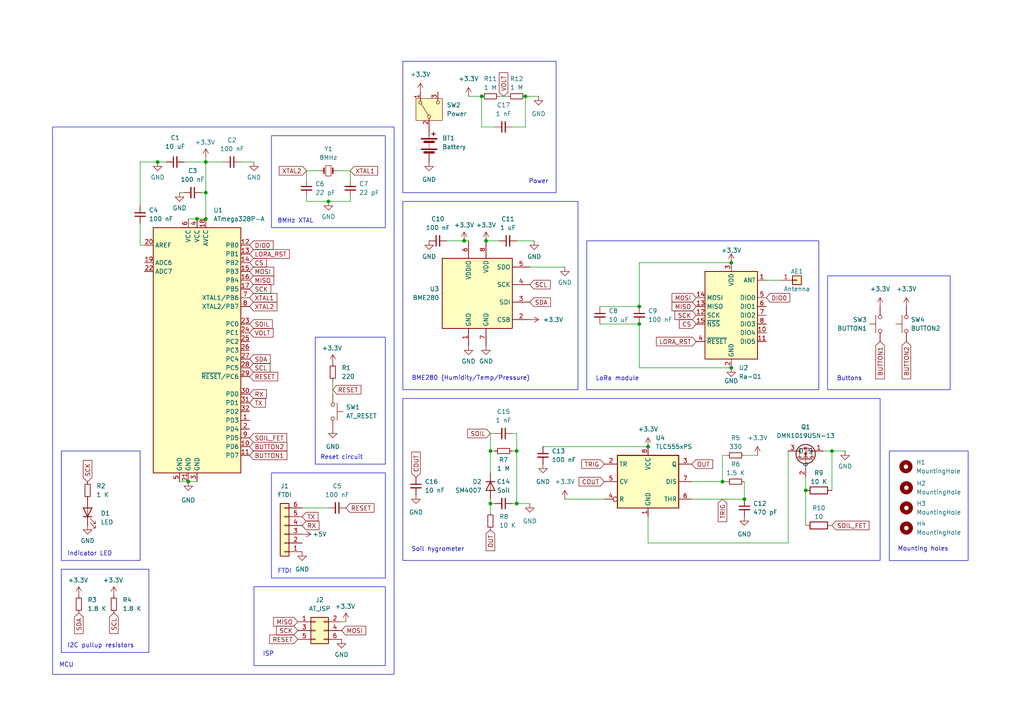
<source format=kicad_sch>
(kicad_sch (version 20231120) (generator "eeschema") (generator_version "8.0")
  (paper "A4")
  (lib_symbols
    (symbol "+3.3V_1" (power) (pin_numbers hide) (pin_names (offset 0) hide)
      (property "Value" "+3.3V" (at 0 3.556 0))
      (symbol "+3.3V_1_1_1"
        (pin power_in line (at 0 0 90) (length 0) (name "~") (number "1"))
      )
    )
    (symbol "+3.3V_2" (power) (pin_numbers hide) (pin_names (offset 0) hide)
      (property "Value" "+3.3V" (at 0 3.556 0))
      (symbol "+3.3V_2_1_1"
        (pin power_in line (at 0 0 90) (length 0) (name "~") (number "1"))
      )
    )
    (symbol "+3.3V_3" (power) (pin_numbers hide) (pin_names (offset 0) hide)
      (property "Value" "+3.3V" (at 0 3.556 0))
      (symbol "+3.3V_3_1_1"
        (pin power_in line (at 0 0 90) (length 0) (name "~") (number "1"))
      )
    )
    (symbol "+3.3V_4" (power) (pin_numbers hide) (pin_names (offset 0) hide)
      (property "Value" "+3.3V" (at 0 3.556 0))
      (symbol "+3.3V_4_1_1"
        (pin power_in line (at 0 0 90) (length 0) (name "~") (number "1"))
      )
    )
    (symbol "+3.3V_5" (power) (pin_numbers hide) (pin_names (offset 0) hide)
      (property "Value" "+3.3V" (at 0 3.556 0))
      (symbol "+3.3V_5_1_1"
        (pin power_in line (at 0 0 90) (length 0) (name "~") (number "1"))
      )
    )
    (symbol "+5V_1" (power) (pin_numbers hide) (pin_names (offset 0) hide)
      (property "Value" "+5V" (at 0 3.556 0))
      (symbol "+5V_1_1_1"
        (pin power_in line (at 0 0 90) (length 0) (name "~") (number "1"))
      )
    )
    (symbol "ATmega328P-A_1"
      (property "Reference" "U" (at -12.7 36.83 0))
      (property "Value" "ATmega328P-A" (at 2.54 -36.83 0))
      (symbol "ATmega328P-A_1_1_1"
        (pin bidirectional line (at 15.24 -20.32 180) (length 2.54) (name "PD3") (number "1"))
        (pin bidirectional line (at 15.24 -27.94 180) (length 2.54) (name "PD6") (number "10"))
        (pin bidirectional line (at 15.24 -30.48 180) (length 2.54) (name "PD7") (number "11"))
        (pin bidirectional line (at 15.24 30.48 180) (length 2.54) (name "PB0") (number "12"))
        (pin bidirectional line (at 15.24 27.94 180) (length 2.54) (name "PB1") (number "13"))
        (pin bidirectional line (at 15.24 25.4 180) (length 2.54) (name "PB2") (number "14"))
        (pin bidirectional line (at 15.24 22.86 180) (length 2.54) (name "PB3") (number "15"))
        (pin bidirectional line (at 15.24 20.32 180) (length 2.54) (name "PB4") (number "16"))
        (pin bidirectional line (at 15.24 17.78 180) (length 2.54) (name "PB5") (number "17"))
        (pin power_in line (at 2.54 38.1 270) (length 2.54) (name "AVCC") (number "18"))
        (pin input line (at -15.24 25.4 0) (length 2.54) (name "ADC6") (number "19"))
        (pin bidirectional line (at 15.24 -22.86 180) (length 2.54) (name "PD4") (number "2"))
        (pin passive line (at -15.24 30.48 0) (length 2.54) (name "AREF") (number "20"))
        (pin passive line (at -2.54 -38.1 90) (length 2.54) (name "GND") (number "21"))
        (pin input line (at -15.24 22.86 0) (length 2.54) (name "ADC7") (number "22"))
        (pin bidirectional line (at 15.24 7.62 180) (length 2.54) (name "PC0") (number "23"))
        (pin bidirectional line (at 15.24 5.08 180) (length 2.54) (name "PC1") (number "24"))
        (pin bidirectional line (at 15.24 2.54 180) (length 2.54) (name "PC2") (number "25"))
        (pin bidirectional line (at 15.24 0 180) (length 2.54) (name "PC3") (number "26"))
        (pin bidirectional line (at 15.24 -2.54 180) (length 2.54) (name "PC4") (number "27"))
        (pin bidirectional line (at 15.24 -5.08 180) (length 2.54) (name "PC5") (number "28"))
        (pin bidirectional line (at 15.24 -7.62 180) (length 2.54) (name "~{RESET}/PC6") (number "29"))
        (pin power_in line (at 0 -38.1 90) (length 2.54) (name "GND") (number "3"))
        (pin bidirectional line (at 15.24 -12.7 180) (length 2.54) (name "PD0") (number "30"))
        (pin bidirectional line (at 15.24 -15.24 180) (length 2.54) (name "PD1") (number "31"))
        (pin bidirectional line (at 15.24 -17.78 180) (length 2.54) (name "PD2") (number "32"))
        (pin power_in line (at 0 38.1 270) (length 2.54) (name "VCC") (number "4"))
        (pin passive line (at -5.08 -38.1 90) (length 2.54) (name "GND") (number "5"))
        (pin passive line (at -2.54 38.1 270) (length 2.54) (name "VCC") (number "6"))
        (pin bidirectional line (at 15.24 15.24 180) (length 2.54) (name "XTAL1/PB6") (number "7"))
        (pin bidirectional line (at 15.24 12.7 180) (length 2.54) (name "XTAL2/PB7") (number "8"))
        (pin bidirectional line (at 15.24 -25.4 180) (length 2.54) (name "PD5") (number "9"))
      )
    )
    (symbol "Connector_Generic:Conn_01x01" (pin_names (offset 1.016) hide)
      (property "Reference" "J" (at 0 2.54 0))
      (property "Value" "Conn_01x01" (at 0 -2.54 0))
      (symbol "Conn_01x01_1_1"
        (pin passive line (at -5.08 0 0) (length 3.81) (name "Pin_1") (number "1"))
      )
    )
    (symbol "Connector_Generic:Conn_01x06" (pin_names (offset 1.016) hide)
      (property "Reference" "J" (at 0 7.62 0))
      (property "Value" "Conn_01x06" (at 0 -10.16 0))
      (symbol "Conn_01x06_1_1"
        (pin passive line (at -5.08 5.08 0) (length 3.81) (name "Pin_1") (number "1"))
        (pin passive line (at -5.08 2.54 0) (length 3.81) (name "Pin_2") (number "2"))
        (pin passive line (at -5.08 0 0) (length 3.81) (name "Pin_3") (number "3"))
        (pin passive line (at -5.08 -2.54 0) (length 3.81) (name "Pin_4") (number "4"))
        (pin passive line (at -5.08 -5.08 0) (length 3.81) (name "Pin_5") (number "5"))
        (pin passive line (at -5.08 -7.62 0) (length 3.81) (name "Pin_6") (number "6"))
      )
    )
    (symbol "Connector_Generic:Conn_02x03_Odd_Even" (pin_names (offset 1.016) hide)
      (property "Reference" "J" (at 1.27 5.08 0))
      (property "Value" "Conn_02x03_Odd_Even" (at 1.27 -5.08 0))
      (symbol "Conn_02x03_Odd_Even_1_1"
        (pin passive line (at -5.08 2.54 0) (length 3.81) (name "Pin_1") (number "1"))
        (pin passive line (at 7.62 2.54 180) (length 3.81) (name "Pin_2") (number "2"))
        (pin passive line (at -5.08 0 0) (length 3.81) (name "Pin_3") (number "3"))
        (pin passive line (at 7.62 0 180) (length 3.81) (name "Pin_4") (number "4"))
        (pin passive line (at -5.08 -2.54 0) (length 3.81) (name "Pin_5") (number "5"))
        (pin passive line (at 7.62 -2.54 180) (length 3.81) (name "Pin_6") (number "6"))
      )
    )
    (symbol "Device:Battery" (pin_numbers hide) (pin_names (offset 0) hide)
      (property "Reference" "BT" (at 2.54 2.54 0))
      (property "Value" "Battery" (at 2.54 0 0))
      (symbol "Battery_1_1"
        (pin passive line (at 0 5.08 270) (length 2.54) (name "+") (number "1"))
        (pin passive line (at 0 -5.08 90) (length 2.54) (name "-") (number "2"))
      )
    )
    (symbol "Device:C_Small" (pin_numbers hide) (pin_names (offset 0.254) hide)
      (property "Reference" "C" (at 0.254 1.778 0))
      (property "Value" "C_Small" (at 0.254 -2.032 0))
      (symbol "C_Small_1_1"
        (pin passive line (at 0 2.54 270) (length 2.032) (name "~") (number "1"))
        (pin passive line (at 0 -2.54 90) (length 2.032) (name "~") (number "2"))
      )
    )
    (symbol "Device:Crystal_Small" (pin_numbers hide) (pin_names (offset 1.016) hide)
      (property "Reference" "Y" (at 0 2.54 0))
      (property "Value" "Crystal_Small" (at 0 -2.54 0))
      (symbol "Crystal_Small_1_1"
        (pin passive line (at -2.54 0 0) (length 1.27) (name "1") (number "1"))
        (pin passive line (at 2.54 0 180) (length 1.27) (name "2") (number "2"))
      )
    )
    (symbol "Device:LED" (pin_numbers hide) (pin_names (offset 1.016) hide)
      (property "Reference" "D" (at 0 2.54 0))
      (property "Value" "LED" (at 0 -2.54 0))
      (symbol "LED_1_1"
        (pin passive line (at -3.81 0 0) (length 2.54) (name "K") (number "1"))
        (pin passive line (at 3.81 0 180) (length 2.54) (name "A") (number "2"))
      )
    )
    (symbol "Device:R" (pin_numbers hide) (pin_names (offset 0))
      (property "Reference" "R" (at 2.032 0 90))
      (property "Value" "R" (at 0 0 90))
      (symbol "R_1_1"
        (pin passive line (at 0 3.81 270) (length 1.27) (name "~") (number "1"))
        (pin passive line (at 0 -3.81 90) (length 1.27) (name "~") (number "2"))
      )
    )
    (symbol "Device:R_Small" (pin_numbers hide) (pin_names (offset 0.254) hide)
      (property "Reference" "R" (at 0.762 0.508 0))
      (property "Value" "R_Small" (at 0.762 -1.016 0))
      (symbol "R_Small_1_1"
        (pin passive line (at 0 2.54 270) (length 0.762) (name "~") (number "1"))
        (pin passive line (at 0 -2.54 90) (length 0.762) (name "~") (number "2"))
      )
    )
    (symbol "Diode:SM4007" (pin_numbers hide) (pin_names hide)
      (property "Reference" "D" (at 0 2.54 0))
      (property "Value" "SM4007" (at 0 -2.54 0))
      (symbol "SM4007_1_1"
        (pin passive line (at -3.81 0 0) (length 2.54) (name "K") (number "1"))
        (pin passive line (at 3.81 0 180) (length 2.54) (name "A") (number "2"))
      )
    )
    (symbol "GND_1" (power) (pin_numbers hide) (pin_names (offset 0) hide)
      (property "Value" "GND" (at 0 -3.81 0))
      (symbol "GND_1_1_1"
        (pin power_in line (at 0 0 270) (length 0) (name "~") (number "1"))
      )
    )
    (symbol "GND_15" (power) (pin_names (offset 0))
      (property "Value" "GND_15" (at 0 -3.81 0))
      (symbol "GND_15_1_1"
        (pin power_in line (at 0 0 270) (length 0) hide (name "GND") (number "1"))
      )
    )
    (symbol "GND_16" (power) (pin_numbers hide) (pin_names (offset 0) hide)
      (property "Value" "GND" (at 0 -3.81 0))
      (symbol "GND_16_1_1"
        (pin power_in line (at 0 0 270) (length 0) (name "~") (number "1"))
      )
    )
    (symbol "GND_3" (power) (pin_names (offset 0))
      (property "Value" "GND_3" (at 0 -3.81 0))
      (symbol "GND_3_1_1"
        (pin power_in line (at 0 0 270) (length 0) hide (name "GND") (number "1"))
      )
    )
    (symbol "GND_4" (power) (pin_names (offset 0))
      (property "Value" "GND_4" (at 0 -3.81 0))
      (symbol "GND_4_1_1"
        (pin power_in line (at 0 0 270) (length 0) hide (name "GND") (number "1"))
      )
    )
    (symbol "Mechanical:MountingHole" (pin_names (offset 1.016))
      (property "Reference" "H" (at 0 5.08 0))
      (property "Value" "MountingHole" (at 0 3.175 0))
    )
    (symbol "RF_Module:Ai-Thinker-Ra-01"
      (property "Reference" "U" (at 2.54 17.78 0))
      (property "Value" "Ai-Thinker-Ra-01" (at 13.97 -15.24 0))
      (symbol "Ai-Thinker-Ra-01_1_1"
        (pin passive line (at 10.16 10.16 180) (length 2.54) (name "ANT") (number "1"))
        (pin bidirectional line (at 10.16 -5.08 180) (length 2.54) (name "DIO4") (number "10"))
        (pin bidirectional line (at 10.16 -7.62 180) (length 2.54) (name "DIO5") (number "11"))
        (pin input line (at -10.16 0 0) (length 2.54) (name "SCK") (number "12"))
        (pin output line (at -10.16 2.54 0) (length 2.54) (name "MISO") (number "13"))
        (pin input line (at -10.16 5.08 0) (length 2.54) (name "MOSI") (number "14"))
        (pin input line (at -10.16 -2.54 0) (length 2.54) (name "~{NSS}") (number "15"))
        (pin passive line (at 0 -15.24 90) (length 2.54) hide (name "GND") (number "16"))
        (pin power_in line (at 0 -15.24 90) (length 2.54) (name "GND") (number "2"))
        (pin power_in line (at 0 15.24 270) (length 2.54) (name "VDD") (number "3"))
        (pin input line (at -10.16 -7.62 0) (length 2.54) (name "~{RESET}") (number "4"))
        (pin bidirectional line (at 10.16 5.08 180) (length 2.54) (name "DIO0") (number "5"))
        (pin bidirectional line (at 10.16 2.54 180) (length 2.54) (name "DIO1") (number "6"))
        (pin bidirectional line (at 10.16 0 180) (length 2.54) (name "DIO2") (number "7"))
        (pin bidirectional line (at 10.16 -2.54 180) (length 2.54) (name "DIO3") (number "8"))
        (pin passive line (at 0 -15.24 90) (length 2.54) hide (name "GND") (number "9"))
      )
    )
    (symbol "Sensor:BME280"
      (property "Reference" "U" (at -8.89 11.43 0))
      (property "Value" "BME280" (at 7.62 11.43 0))
      (symbol "BME280_1_1"
        (pin power_in line (at -2.54 -15.24 90) (length 5.08) (name "GND") (number "1"))
        (pin input line (at 15.24 -7.62 180) (length 5.08) (name "CSB") (number "2"))
        (pin bidirectional line (at 15.24 -2.54 180) (length 5.08) (name "SDI") (number "3"))
        (pin input line (at 15.24 2.54 180) (length 5.08) (name "SCK") (number "4"))
        (pin bidirectional line (at 15.24 7.62 180) (length 5.08) (name "SDO") (number "5"))
        (pin power_in line (at -2.54 15.24 270) (length 5.08) (name "VDDIO") (number "6"))
        (pin power_in line (at 2.54 -15.24 90) (length 5.08) (name "GND") (number "7"))
        (pin power_in line (at 2.54 15.24 270) (length 5.08) (name "VDD") (number "8"))
      )
    )
    (symbol "Switch:SW_Push" (pin_numbers hide) (pin_names (offset 1.016) hide)
      (property "Reference" "SW" (at 1.27 2.54 0))
      (property "Value" "SW_Push" (at 0 -1.524 0))
      (symbol "SW_Push_0_1"
        (pin passive line (at -5.08 0 0) (length 2.54) (name "1") (number "1"))
        (pin passive line (at 5.08 0 180) (length 2.54) (name "2") (number "2"))
      )
    )
    (symbol "Switch:SW_SPDT" (pin_names (offset 0) hide)
      (property "Reference" "SW" (at 0 5.08 0))
      (property "Value" "SW_SPDT" (at 0 -5.08 0))
      (symbol "SW_SPDT_1_1"
        (pin passive line (at 5.08 2.54 180) (length 2.54) (name "A") (number "1"))
        (pin passive line (at -5.08 0 0) (length 2.54) (name "B") (number "2"))
        (pin passive line (at 5.08 -2.54 180) (length 2.54) (name "C") (number "3"))
      )
    )
    (symbol "Timer:TLC555xPS"
      (property "Reference" "U" (at -10.16 8.89 0))
      (property "Value" "TLC555xPS" (at 2.54 8.89 0))
      (symbol "TLC555xPS_0_0"
        (pin power_in line (at 0 -10.16 90) (length 2.54) (name "GND") (number "1"))
        (pin power_in line (at 0 10.16 270) (length 2.54) (name "VCC") (number "8"))
      )
      (symbol "TLC555xPS_1_1"
        (pin input line (at -12.7 5.08 0) (length 3.81) (name "TR") (number "2"))
        (pin output line (at 12.7 5.08 180) (length 3.81) (name "Q") (number "3"))
        (pin input inverted (at -12.7 -5.08 0) (length 3.81) (name "R") (number "4"))
        (pin input line (at -12.7 0 0) (length 3.81) (name "CV") (number "5"))
        (pin input line (at 12.7 -5.08 180) (length 3.81) (name "THR") (number "6"))
        (pin input line (at 12.7 0 180) (length 3.81) (name "DIS") (number "7"))
      )
    )
    (symbol "Transistor_FET:DMN1019USN-13"
      (property "Reference" "U" (at 0 0 0))
      (symbol "DMN1019USN-13_1_1"
        (pin passive line (at -3.81 -5.08 90) (length 2.54) (name "S") (number "1"))
        (pin input line (at -11.43 0 0) (length 2.54) (name "G") (number "2"))
        (pin passive line (at -3.81 5.08 270) (length 2.54) (name "D") (number "3"))
      )
    )
    (symbol "power:+3.3V" (power) (pin_names (offset 0))
      (property "Value" "+3.3V" (at 0 3.556 0))
      (symbol "+3.3V_1_1"
        (pin power_in line (at 0 0 90) (length 0) hide (name "+3.3V") (number "1"))
      )
    )
    (symbol "power:GND" (power) (pin_numbers hide) (pin_names (offset 0) hide)
      (property "Value" "GND" (at 0 -3.81 0))
      (symbol "GND_1_1"
        (pin power_in line (at 0 0 270) (length 0) (name "~") (number "1"))
      )
    )
    (symbol "symbols:C_Small" (pin_numbers hide) (pin_names (offset 0.254) hide)
      (property "Reference" "C" (at 0.254 1.778 0))
      (property "Value" "C_Small" (at 0.254 -2.032 0))
      (symbol "C_Small_1_1"
        (pin passive line (at 0 2.54 270) (length 2.032) (name "~") (number "1"))
        (pin passive line (at 0 -2.54 90) (length 2.032) (name "~") (number "2"))
      )
    )
  )
  (junction (at 149.86 130.81))
  (junction (at 152.4 27.94))
  (junction (at 142.24 146.05))
  (junction (at 185.42 88.9))
  (junction (at 215.9 144.78))
  (junction (at 209.55 139.7))
  (junction (at 140.97 69.85))
  (junction (at 54.61 139.7))
  (junction (at 95.25 58.42))
  (junction (at 241.3 130.81))
  (junction (at 139.7 27.94))
  (junction (at 59.69 55.88))
  (junction (at 45.72 46.99))
  (junction (at 185.42 93.98))
  (junction (at 57.15 63.5))
  (junction (at 134.62 69.85))
  (junction (at 212.09 76.2))
  (junction (at 233.68 142.24))
  (junction (at 212.09 106.68))
  (junction (at 59.69 46.99))
  (junction (at 187.96 129.54))
  (junction (at 142.24 130.81))
  (junction (at 149.86 146.05))
  (junction (at 59.69 63.5))
  (wire (pts (xy 101.6 49.53) (xy 97.79 49.53)))
  (wire (pts (xy 215.9 139.7) (xy 215.9 144.78)))
  (wire (pts (xy 149.86 130.81) (xy 148.59 130.81)))
  (wire (pts (xy 96.52 110.49) (xy 96.52 114.3)))
  (wire (pts (xy 142.24 144.78) (xy 142.24 146.05)))
  (wire (pts (xy 233.68 138.43) (xy 233.68 142.24)))
  (wire (pts (xy 245.11 130.81) (xy 241.3 130.81)))
  (wire (pts (xy 185.42 88.9) (xy 185.42 76.2)))
  (wire (pts (xy 139.7 36.83) (xy 143.51 36.83)))
  (wire (pts (xy 135.89 27.94) (xy 139.7 27.94)))
  (wire (pts (xy 215.9 132.08) (xy 219.71 132.08)))
  (wire (pts (xy 54.61 139.7) (xy 57.15 139.7)))
  (wire (pts (xy 40.64 46.99) (xy 45.72 46.99)))
  (wire (pts (xy 53.34 46.99) (xy 59.69 46.99)))
  (wire (pts (xy 149.86 146.05) (xy 149.86 130.81)))
  (wire (pts (xy 200.66 144.78) (xy 215.9 144.78)))
  (wire (pts (xy 149.86 125.73) (xy 149.86 130.81)))
  (wire (pts (xy 54.61 63.5) (xy 57.15 63.5)))
  (wire (pts (xy 88.9 58.42) (xy 88.9 57.15)))
  (wire (pts (xy 209.55 132.08) (xy 210.82 132.08)))
  (wire (pts (xy 73.66 46.99) (xy 69.85 46.99)))
  (wire (pts (xy 163.83 144.78) (xy 175.26 144.78)))
  (wire (pts (xy 152.4 27.94) (xy 156.21 27.94)))
  (wire (pts (xy 142.24 146.05) (xy 143.51 146.05)))
  (wire (pts (xy 152.4 36.83) (xy 152.4 27.94)))
  (wire (pts (xy 185.42 106.68) (xy 212.09 106.68)))
  (wire (pts (xy 139.7 27.94) (xy 139.7 36.83)))
  (wire (pts (xy 210.82 139.7) (xy 209.55 139.7)))
  (wire (pts (xy 200.66 139.7) (xy 209.55 139.7)))
  (wire (pts (xy 226.06 81.28) (xy 222.25 81.28)))
  (wire (pts (xy 185.42 76.2) (xy 212.09 76.2)))
  (wire (pts (xy 173.99 88.9) (xy 185.42 88.9)))
  (wire (pts (xy 100.33 180.34) (xy 99.06 180.34)))
  (wire (pts (xy 101.6 49.53) (xy 101.6 52.07)))
  (wire (pts (xy 40.64 64.77) (xy 40.64 71.12)))
  (wire (pts (xy 148.59 146.05) (xy 149.86 146.05)))
  (wire (pts (xy 88.9 49.53) (xy 92.71 49.53)))
  (wire (pts (xy 238.76 130.81) (xy 241.3 130.81)))
  (wire (pts (xy 149.86 125.73) (xy 148.59 125.73)))
  (wire (pts (xy 148.59 36.83) (xy 152.4 36.83)))
  (wire (pts (xy 40.64 71.12) (xy 41.91 71.12)))
  (wire (pts (xy 59.69 46.99) (xy 59.69 55.88)))
  (wire (pts (xy 173.99 93.98) (xy 185.42 93.98)))
  (wire (pts (xy 59.69 46.99) (xy 64.77 46.99)))
  (wire (pts (xy 142.24 130.81) (xy 142.24 137.16)))
  (wire (pts (xy 59.69 45.72) (xy 59.69 46.99)))
  (wire (pts (xy 59.69 55.88) (xy 59.69 63.5)))
  (wire (pts (xy 209.55 132.08) (xy 209.55 139.7)))
  (wire (pts (xy 57.15 63.5) (xy 59.69 63.5)))
  (wire (pts (xy 58.42 55.88) (xy 59.69 55.88)))
  (wire (pts (xy 142.24 146.05) (xy 142.24 148.59)))
  (wire (pts (xy 142.24 125.73) (xy 143.51 125.73)))
  (wire (pts (xy 142.24 125.73) (xy 142.24 130.81)))
  (wire (pts (xy 129.54 69.85) (xy 134.62 69.85)))
  (wire (pts (xy 95.25 58.42) (xy 101.6 58.42)))
  (wire (pts (xy 40.64 46.99) (xy 40.64 59.69)))
  (wire (pts (xy 157.48 129.54) (xy 187.96 129.54)))
  (wire (pts (xy 149.86 146.05) (xy 153.67 146.05)))
  (wire (pts (xy 228.6 157.48) (xy 228.6 130.81)))
  (wire (pts (xy 241.3 130.81) (xy 241.3 142.24)))
  (wire (pts (xy 187.96 157.48) (xy 228.6 157.48)))
  (wire (pts (xy 233.68 142.24) (xy 233.68 152.4)))
  (wire (pts (xy 185.42 93.98) (xy 185.42 106.68)))
  (wire (pts (xy 140.97 69.85) (xy 144.78 69.85)))
  (wire (pts (xy 153.67 77.47) (xy 163.83 77.47)))
  (wire (pts (xy 147.32 27.94) (xy 144.78 27.94)))
  (wire (pts (xy 143.51 130.81) (xy 142.24 130.81)))
  (wire (pts (xy 88.9 52.07) (xy 88.9 49.53)))
  (wire (pts (xy 88.9 58.42) (xy 95.25 58.42)))
  (wire (pts (xy 187.96 149.86) (xy 187.96 157.48)))
  (wire (pts (xy 45.72 46.99) (xy 48.26 46.99)))
  (wire (pts (xy 134.62 69.85) (xy 135.89 69.85)))
  (wire (pts (xy 101.6 57.15) (xy 101.6 58.42)))
  (wire (pts (xy 54.61 139.7) (xy 52.07 139.7)))
  (wire (pts (xy 52.07 55.88) (xy 53.34 55.88)))
  (wire (pts (xy 95.25 147.32) (xy 87.63 147.32)))
  (wire (pts (xy 149.86 69.85) (xy 154.94 69.85)))
  (rectangle (start 17.78 165.1) (end 43.18 189.23))
  (rectangle (start 116.84 58.42) (end 167.64 113.03))
  (rectangle (start 78.74 39.37) (end 111.76 66.04))
  (rectangle (start 240.03 80.01) (end 275.59 113.03))
  (rectangle (start 116.84 17.78) (end 161.29 55.88))
  (rectangle (start 116.84 115.57) (end 255.27 162.56))
  (rectangle (start 170.18 69.85) (end 237.49 113.03))
  (rectangle (start 91.44 97.79) (end 111.76 134.62))
  (rectangle (start 257.9401 130.81) (end 280.8001 162.5849))
  (rectangle (start 15.24 36.83) (end 114.3 195.58))
  (rectangle (start 73.66 170.18) (end 111.76 193.04))
  (rectangle (start 78.74 137.16) (end 111.76 167.64))
  (rectangle (start 17.78 130.81) (end 40.64 162.56))
  (text "Power" (at 156.21 52.705 0) (effects (font (size 1.27 1.27))))
  (text "LoRa module" (at 179.07 109.855 0) (effects (font (size 1.27 1.27))))
  (text "Buttons\n" (at 246.38 109.855 0) (effects (font (size 1.27 1.27))))
  (text "Reset circuit" (at 99.06 132.715 0) (effects (font (size 1.27 1.27))))
  (text "FTDI" (at 82.55 165.735 0) (effects (font (size 1.27 1.27))))
  (text "Indicator LED" (at 26.035 160.655 0) (effects (font (size 1.27 1.27))))
  (text "BME280 (Humidity/Temp/Pressure)" (at 119.38 110.49 0) (effects (font (size 1.27 1.27)) (justify left bottom)))
  (text "I2C pullup resistors" (at 29.21 187.325 0) (effects (font (size 1.27 1.27))))
  (text "8MHz XTAL" (at 85.725 64.135 0) (effects (font (size 1.27 1.27))))
  (text "MCU" (at 17.145 193.675 0) (effects (font (size 1.27 1.27)) (justify left bottom)))
  (text "Soil hygrometer" (at 127 159.385 0) (effects (font (size 1.27 1.27))))
  (text "ISP" (at 76.2 190.5 0) (effects (font (size 1.27 1.27)) (justify left bottom)))
  (text "Mounting holes" (at 260.35 160.02 0) (effects (font (size 1.27 1.27)) (justify left bottom)))
  (global_label "OUT" (shape input) (at 142.24 153.67 270) (property "Intersheetrefs" "${INTERSHEET_REFS}" (effects (hide yes))))
  (global_label "SCL" (shape input) (at 153.67 82.55 0) (property "Intersheetrefs" "${INTERSHEET_REFS}" (effects (hide yes))))
  (global_label "XTAL2" (shape input) (at 88.9 49.53 180) (property "Intersheetrefs" "${INTERSHEET_REFS}" (effects (hide yes))))
  (global_label "MISO" (shape input) (at 86.36 180.34 180) (property "Intersheetrefs" "${INTERSHEET_REFS}" (effects (hide yes))))
  (global_label "LORA_RST" (shape input) (at 201.93 99.06 180) (property "Intersheetrefs" "${INTERSHEET_REFS}" (effects (hide yes))))
  (global_label "RESET" (shape input) (at 72.39 109.22 0) (property "Intersheetrefs" "${INTERSHEET_REFS}" (effects (hide yes))))
  (global_label "COUT" (shape input) (at 175.26 139.7 180) (property "Intersheetrefs" "${INTERSHEET_REFS}" (effects (hide yes))))
  (global_label "SDA" (shape input) (at 22.86 177.8 270) (property "Intersheetrefs" "${INTERSHEET_REFS}" (effects (hide yes))))
  (global_label "XTAL1" (shape input) (at 72.39 86.36 0) (property "Intersheetrefs" "${INTERSHEET_REFS}" (effects (hide yes))))
  (global_label "SCK" (shape input) (at 86.36 182.88 180) (property "Intersheetrefs" "${INTERSHEET_REFS}" (effects (hide yes))))
  (global_label "XTAL1" (shape input) (at 101.6 49.53 0) (property "Intersheetrefs" "${INTERSHEET_REFS}" (effects (hide yes))))
  (global_label "SOIL" (shape input) (at 142.24 125.73 180) (property "Intersheetrefs" "${INTERSHEET_REFS}" (effects (hide yes))))
  (global_label "BUTTON1" (shape input) (at 255.27 99.06 270) (property "Intersheetrefs" "${INTERSHEET_REFS}" (effects (hide yes))))
  (global_label "RX" (shape input) (at 87.63 152.4 0) (property "Intersheetrefs" "${INTERSHEET_REFS}" (effects (hide yes))))
  (global_label "TRIG" (shape input) (at 175.26 134.62 180) (property "Intersheetrefs" "${INTERSHEET_REFS}" (effects (hide yes))))
  (global_label "SOIL" (shape input) (at 72.39 93.98 0) (property "Intersheetrefs" "${INTERSHEET_REFS}" (effects (hide yes))))
  (global_label "SCK" (shape input) (at 72.39 83.82 0) (property "Intersheetrefs" "${INTERSHEET_REFS}" (effects (hide yes))))
  (global_label "CS" (shape input) (at 201.93 93.98 180) (property "Intersheetrefs" "${INTERSHEET_REFS}" (effects (hide yes))))
  (global_label "SOIL_FET" (shape input) (at 72.39 127 0) (property "Intersheetrefs" "${INTERSHEET_REFS}" (effects (hide yes))))
  (global_label "SDA" (shape input) (at 72.39 104.14 0) (property "Intersheetrefs" "${INTERSHEET_REFS}" (effects (hide yes))))
  (global_label "SOIL_FET" (shape input) (at 241.3 152.4 0) (property "Intersheetrefs" "${INTERSHEET_REFS}" (effects (hide yes))))
  (global_label "SCL" (shape input) (at 72.39 106.68 0) (property "Intersheetrefs" "${INTERSHEET_REFS}" (effects (hide yes))))
  (global_label "XTAL2" (shape input) (at 72.39 88.9 0) (property "Intersheetrefs" "${INTERSHEET_REFS}" (effects (hide yes))))
  (global_label "DIO0" (shape input) (at 72.39 71.12 0) (property "Intersheetrefs" "${INTERSHEET_REFS}" (effects (hide yes))))
  (global_label "LORA_RST" (shape input) (at 72.39 73.66 0) (property "Intersheetrefs" "${INTERSHEET_REFS}" (effects (hide yes))))
  (global_label "DIO0" (shape input) (at 222.25 86.36 0) (property "Intersheetrefs" "${INTERSHEET_REFS}" (effects (hide yes))))
  (global_label "VOLT" (shape input) (at 72.39 96.52 0) (property "Intersheetrefs" "${INTERSHEET_REFS}" (effects (hide yes))))
  (global_label "VOLT" (shape input) (at 146.05 27.94 90) (property "Intersheetrefs" "${INTERSHEET_REFS}" (effects (hide yes))))
  (global_label "SCL" (shape input) (at 33.02 177.8 270) (property "Intersheetrefs" "${INTERSHEET_REFS}" (effects (hide yes))))
  (global_label "RESET" (shape input) (at 86.36 185.42 180) (property "Intersheetrefs" "${INTERSHEET_REFS}" (effects (hide yes))))
  (global_label "RESET" (shape input) (at 96.52 113.03 0) (property "Intersheetrefs" "${INTERSHEET_REFS}" (effects (hide yes))))
  (global_label "MOSI" (shape input) (at 72.39 78.74 0) (property "Intersheetrefs" "${INTERSHEET_REFS}" (effects (hide yes))))
  (global_label "COUT" (shape input) (at 120.65 138.43 90) (property "Intersheetrefs" "${INTERSHEET_REFS}" (effects (hide yes))))
  (global_label "SCK" (shape input) (at 25.4 139.7 90) (property "Intersheetrefs" "${INTERSHEET_REFS}" (effects (hide yes))))
  (global_label "MISO" (shape input) (at 72.39 81.28 0) (property "Intersheetrefs" "${INTERSHEET_REFS}" (effects (hide yes))))
  (global_label "BUTTON2" (shape input) (at 262.89 99.06 270) (property "Intersheetrefs" "${INTERSHEET_REFS}" (effects (hide yes))))
  (global_label "TRIG" (shape input) (at 209.55 144.78 270) (property "Intersheetrefs" "${INTERSHEET_REFS}" (effects (hide yes))))
  (global_label "OUT" (shape input) (at 200.66 134.62 0) (property "Intersheetrefs" "${INTERSHEET_REFS}" (effects (hide yes))))
  (global_label "RESET" (shape input) (at 100.33 147.32 0) (property "Intersheetrefs" "${INTERSHEET_REFS}" (effects (hide yes))))
  (global_label "RX" (shape input) (at 72.39 114.3 0) (property "Intersheetrefs" "${INTERSHEET_REFS}" (effects (hide yes))))
  (global_label "TX" (shape input) (at 72.39 116.84 0) (property "Intersheetrefs" "${INTERSHEET_REFS}" (effects (hide yes))))
  (global_label "BUTTON2" (shape input) (at 72.39 129.54 0) (property "Intersheetrefs" "${INTERSHEET_REFS}" (effects (hide yes))))
  (global_label "BUTTON1" (shape input) (at 72.39 132.08 0) (property "Intersheetrefs" "${INTERSHEET_REFS}" (effects (hide yes))))
  (global_label "SCK" (shape input) (at 201.93 91.44 180) (property "Intersheetrefs" "${INTERSHEET_REFS}" (effects (hide yes))))
  (global_label "TX" (shape input) (at 87.63 149.86 0) (property "Intersheetrefs" "${INTERSHEET_REFS}" (effects (hide yes))))
  (global_label "SDA" (shape input) (at 153.67 87.63 0) (property "Intersheetrefs" "${INTERSHEET_REFS}" (effects (hide yes))))
  (global_label "MOSI" (shape input) (at 201.93 86.36 180) (property "Intersheetrefs" "${INTERSHEET_REFS}" (effects (hide yes))))
  (global_label "CS" (shape input) (at 72.39 76.2 0) (property "Intersheetrefs" "${INTERSHEET_REFS}" (effects (hide yes))))
  (global_label "MOSI" (shape input) (at 99.06 182.88 0) (property "Intersheetrefs" "${INTERSHEET_REFS}" (effects (hide yes))))
  (global_label "MISO" (shape input) (at 201.93 88.9 180) (property "Intersheetrefs" "${INTERSHEET_REFS}" (effects (hide yes))))
  (symbol (lib_id "Switch:SW_Push") (at 262.89 93.98 90) (unit 1)
    (property "Reference" "SW4" (at 264.16 92.7099 90) (effects (justify right)))
    (property "Value" "BUTTON2" (at 264.16 95.2499 90) (effects (justify right)))
    (property "Footprint" "Button_Switch_SMD:SW_SPST_CK_RS282G05A3" (effects (hide yes)))
  )
  (symbol (lib_name "GND_16") (lib_id "power:GND") (at 245.11 130.81 0) (unit 1)
    (property "Reference" "#PWR038" (effects (hide yes)))
    (property "Value" "GND" (at 245.11 135.255 0))
    (property "Description" "Power symbol creates a global label with name \"GND\" , ground" (effects (hide yes)))
  )
  (symbol (lib_id "Device:R_Small") (at 22.86 175.26 180) (unit 1)
    (property "Reference" "R3" (at 25.4 173.9899 0) (effects (justify right)))
    (property "Value" "1.8 K" (at 25.4 176.5299 0) (effects (justify right)))
    (property "Footprint" "Resistor_SMD:R_0603_1608Metric" (effects (hide yes)))
    (property "LCSC" "C4177" (effects (hide yes)))
  )
  (symbol (lib_name "GND_15") (lib_id "power:GND") (at 96.52 124.46 0) (unit 1)
    (property "Reference" "#PWR06" (effects (hide yes)))
    (property "Value" "GND" (at 96.52 129.54 0))
  )
  (symbol (lib_id "Device:R_Small") (at 213.36 139.7 90) (unit 1)
    (property "Reference" "R6" (at 213.36 134.62 90))
    (property "Value" "1.5 K" (at 213.36 137.16 90))
    (property "Footprint" "Resistor_SMD:R_0402_1005Metric" (effects (hide yes)))
    (property "Description" "Resistor, small symbol" (effects (hide yes)))
  )
  (symbol (lib_id "Connector_Generic:Conn_01x01") (at 231.14 81.28 0) (unit 1)
    (property "Reference" "AE1" (at 231.14 78.74 0))
    (property "Value" "Antenna" (at 231.14 83.82 0))
    (property "Footprint" "Connector_PinHeader_2.54mm:PinHeader_1x01_P2.54mm_Vertical" (effects (hide yes)))
    (property "Description" "Generic connector, single row, 01x01, script generated (kicad-library-utils/schlib/autogen/connector/)" (effects (hide yes)))
  )
  (symbol (lib_name "GND_4") (lib_id "power:GND") (at 99.06 185.42 0) (unit 1)
    (property "Reference" "#PWR015" (effects (hide yes)))
    (property "Value" "GND" (at 99.06 189.865 0))
  )
  (symbol (lib_id "Device:R") (at 237.49 152.4 90) (unit 1)
    (property "Reference" "R10" (at 237.49 147.32 90))
    (property "Value" "10" (at 237.49 149.86 90))
    (property "Footprint" "Resistor_SMD:R_0402_1005Metric" (effects (hide yes)))
    (property "LCSC" "C25077" (effects (hide yes)))
  )
  (symbol (lib_id "Device:C_Small") (at 157.48 132.08 0) (unit 1)
    (property "Reference" "C13" (at 160.02 130.8162 0) (effects (justify left)))
    (property "Value" "100 nF" (at 160.02 133.3562 0) (effects (justify left)))
    (property "Footprint" "Capacitor_SMD:C_0402_1005Metric" (effects (hide yes)))
    (property "Description" "Unpolarized capacitor, small symbol" (effects (hide yes)))
    (property "LCSC" "C1525" (effects (hide yes)))
  )
  (symbol (lib_id "Switch:SW_Push") (at 255.27 93.98 90) (unit 1)
    (property "Reference" "SW3" (at 251.46 92.7099 90) (effects (justify left)))
    (property "Value" "BUTTON1" (at 251.46 95.2499 90) (effects (justify left)))
    (property "Footprint" "Button_Switch_SMD:SW_SPST_CK_RS282G05A3" (effects (hide yes)))
  )
  (symbol (lib_name "+3.3V_3") (lib_id "power:+3.3V") (at 255.27 88.9 0) (unit 1)
    (property "Reference" "#PWR032" (effects (hide yes)))
    (property "Value" "+3.3V" (at 255.27 83.82 0))
    (property "Description" "Power symbol creates a global label with name \"+3.3V\"" (effects (hide yes)))
  )
  (symbol (lib_id "Mechanical:MountingHole") (at 262.89 153.162 0) (unit 1)
    (property "Reference" "H4" (at 265.8141 151.892 0) (effects (justify left)))
    (property "Value" "MountingHole" (at 265.8141 154.432 0) (effects (justify left)))
    (property "Footprint" "MountingHole:MountingHole_2.2mm_M2" (effects (hide yes)))
  )
  (symbol (lib_id "power:+3.3V") (at 100.33 180.34 0) (unit 1)
    (property "Reference" "#PWR014" (effects (hide yes)))
    (property "Value" "+3.3V" (at 97.155 175.895 0) (effects (justify left)))
  )
  (symbol (lib_name "+3.3V_1") (lib_id "power:+3.3V") (at 135.89 27.94 0) (unit 1)
    (property "Reference" "#PWR039" (effects (hide yes)))
    (property "Value" "+3.3V" (at 135.89 22.86 0))
    (property "Description" "Power symbol creates a global label with name \"+3.3V\"" (effects (hide yes)))
  )
  (symbol (lib_id "power:+3.3V") (at 33.02 172.72 0) (unit 1)
    (property "Reference" "#PWR013" (effects (hide yes)))
    (property "Value" "+3.3V" (at 29.845 168.275 0) (effects (justify left)))
  )
  (symbol (lib_id "Device:C_Small") (at 55.88 55.88 270) (unit 1)
    (property "Reference" "C3" (at 55.8736 49.53 90))
    (property "Value" "100 nF" (at 55.8736 52.07 90))
    (property "Footprint" "Capacitor_SMD:C_0402_1005Metric" (effects (hide yes)))
    (property "Description" "Unpolarized capacitor, small symbol" (effects (hide yes)))
    (property "LCSC" "C1525" (effects (hide yes)))
  )
  (symbol (lib_id "Device:C_Small") (at 146.05 146.05 270) (unit 1)
    (property "Reference" "C14" (at 146.0436 139.7 90))
    (property "Value" "Soil" (at 146.0436 142.24 90))
    (property "Footprint" "Sensor_Humidity:Soil" (effects (hide yes)))
    (property "Description" "Unpolarized capacitor, small symbol" (effects (hide yes)))
  )
  (symbol (lib_id "Device:Crystal_Small") (at 95.25 49.53 0) (unit 1)
    (property "Reference" "Y1" (at 95.25 43.18 0))
    (property "Value" "8MHz" (at 95.25 45.72 0))
    (property "Footprint" "Crystal:Crystal_HC18-U_Vertical" (effects (hide yes)))
  )
  (symbol (lib_id "Device:C_Small") (at 173.99 91.44 0) (unit 1)
    (property "Reference" "C8" (at 176.53 90.1762 0) (effects (justify left)))
    (property "Value" "10 uF" (at 176.53 92.7162 0) (effects (justify left)))
    (property "Footprint" "Capacitor_SMD:C_0603_1608Metric" (effects (hide yes)))
    (property "Description" "Unpolarized capacitor, small symbol" (effects (hide yes)))
    (property "LCSC" "C19702" (effects (hide yes)))
  )
  (symbol (lib_id "Mechanical:MountingHole") (at 262.7599 135.3571 0) (unit 1)
    (property "Reference" "H1" (at 265.684 134.0871 0) (effects (justify left)))
    (property "Value" "MountingHole" (at 265.684 136.6271 0) (effects (justify left)))
    (property "Footprint" "MountingHole:MountingHole_2.2mm_M2" (effects (hide yes)))
  )
  (symbol (lib_name "GND_15") (lib_id "power:GND") (at 140.97 100.33 0) (unit 1)
    (property "Reference" "#PWR025" (effects (hide yes)))
    (property "Value" "GND" (at 140.97 104.8004 0))
  )
  (symbol (lib_name "GND_15") (lib_id "power:GND") (at 163.83 77.47 0) (unit 1)
    (property "Reference" "#PWR022" (effects (hide yes)))
    (property "Value" "GND" (at 163.83 81.9404 0))
  )
  (symbol (lib_id "power:+3.3V") (at 134.62 69.85 0) (unit 1)
    (property "Reference" "#PWR019" (effects (hide yes)))
    (property "Value" "+3.3V" (at 134.62 65.278 0))
  )
  (symbol (lib_id "Device:C_Small") (at 215.9 147.32 0) (unit 1)
    (property "Reference" "C12" (at 218.44 146.0562 0) (effects (justify left)))
    (property "Value" "470 pF" (at 218.44 148.5962 0) (effects (justify left)))
    (property "Footprint" "Capacitor_SMD:C_0402_1005Metric" (effects (hide yes)))
    (property "Description" "Unpolarized capacitor, small symbol" (effects (hide yes)))
  )
  (symbol (lib_id "Transistor_FET:DMN1019USN-13") (at 233.68 127 90) (unit 1)
    (property "Reference" "Q1" (at 233.68 123.825 90))
    (property "Value" "DMN1019USN-13" (at 233.68 126.365 90))
    (property "Footprint" "Package_TO_SOT_SMD:SC-59_Handsoldering" (effects (hide yes)))
    (property "Datasheet" "https://ngspice.sourceforge.io/docs/ngspice-manual.pdf" (effects (hide yes)))
    (property "Sim.Device" "NMOS" (effects (hide yes)))
    (property "Sim.Type" "VDMOS" (effects (hide yes)))
    (property "Sim.Pins" "1=D 2=G 3=S" (effects (hide yes)))
    (property "LCSC" "C145103" (effects (hide yes)))
  )
  (symbol (lib_name "GND_15") (lib_id "power:GND") (at 52.07 55.88 0) (unit 1)
    (property "Reference" "#PWR04" (effects (hide yes)))
    (property "Value" "GND" (at 52.07 60.325 0))
  )
  (symbol (lib_id "Device:C_Small") (at 88.9 54.61 0) (unit 1)
    (property "Reference" "C6" (at 91.44 53.3462 0) (effects (justify left)))
    (property "Value" "22 pF" (at 91.44 55.8862 0) (effects (justify left)))
    (property "Footprint" "Capacitor_SMD:C_0402_1005Metric" (effects (hide yes)))
  )
  (symbol (lib_id "Device:C_Small") (at 146.05 125.73 270) (unit 1)
    (property "Reference" "C15" (at 146.0436 119.38 90))
    (property "Value" "1 nF" (at 146.0436 121.92 90))
    (property "Footprint" "Capacitor_SMD:C_0402_1005Metric" (effects (hide yes)))
    (property "Description" "Unpolarized capacitor, small symbol" (effects (hide yes)))
  )
  (symbol (lib_id "power:GND") (at 215.9 149.86 0) (unit 1)
    (property "Reference" "#PWR036" (effects (hide yes)))
    (property "Value" "GND" (at 215.9 154.94 0))
    (property "Description" "Power symbol creates a global label with name \"GND\" , ground" (effects (hide yes)))
  )
  (symbol (lib_id "Device:C_Small") (at 185.42 91.44 0) (unit 1)
    (property "Reference" "C9" (at 187.96 90.1762 0) (effects (justify left)))
    (property "Value" "100 nF" (at 187.96 92.7162 0) (effects (justify left)))
    (property "Footprint" "Capacitor_SMD:C_0603_1608Metric" (effects (hide yes)))
    (property "Description" "Unpolarized capacitor, small symbol" (effects (hide yes)))
    (property "LCSC" "C14663" (effects (hide yes)))
  )
  (symbol (lib_name "+3.3V_2") (lib_id "power:+3.3V") (at 163.83 144.78 0) (unit 1)
    (property "Reference" "#PWR034" (effects (hide yes)))
    (property "Value" "+3.3V" (at 163.83 139.7 0))
    (property "Description" "Power symbol creates a global label with name \"+3.3V\"" (effects (hide yes)))
  )
  (symbol (lib_id "Device:C_Small") (at 97.79 147.32 270) (unit 1)
    (property "Reference" "C5" (at 97.7836 140.97 90))
    (property "Value" "100 nF" (at 97.7836 143.51 90))
    (property "Footprint" "Capacitor_SMD:C_0402_1005Metric" (effects (hide yes)))
    (property "Description" "Unpolarized capacitor, small symbol" (effects (hide yes)))
    (property "LCSC" "C1525" (effects (hide yes)))
  )
  (symbol (lib_id "power:GND") (at 124.46 46.99 0) (unit 1)
    (property "Reference" "#PWR026" (effects (hide yes)))
    (property "Value" "GND" (at 124.46 52.07 0))
    (property "Description" "Power symbol creates a global label with name \"GND\" , ground" (effects (hide yes)))
  )
  (symbol (lib_id "Device:R_Small") (at 146.05 130.81 270) (unit 1)
    (property "Reference" "R7" (at 146.05 133.35 90))
    (property "Value" "1 M" (at 146.05 135.89 90))
    (property "Footprint" "Resistor_SMD:R_0402_1005Metric" (effects (hide yes)))
    (property "Description" "Resistor, small symbol" (effects (hide yes)))
  )
  (symbol (lib_id "Switch:SW_SPDT") (at 124.46 31.75 90) (unit 1)
    (property "Reference" "SW2" (at 129.54 30.4799 90) (effects (justify right)))
    (property "Value" "Power" (at 129.54 33.0199 90) (effects (justify right)))
    (property "Footprint" "Button_Switch_THT:SW_Slide_SPDT" (effects (hide yes)))
    (property "Description" "Switch, single pole double throw" (effects (hide yes)))
  )
  (symbol (lib_name "+3.3V_5") (lib_id "power:+3.3V") (at 212.09 76.2 0) (unit 1)
    (property "Reference" "#PWR016" (effects (hide yes)))
    (property "Value" "+3.3V" (at 212.09 72.644 0))
    (property "Description" "Power symbol creates a global label with name \"+3.3V\"" (effects (hide yes)))
  )
  (symbol (lib_id "Device:R_Small") (at 149.86 27.94 270) (unit 1)
    (property "Reference" "R12" (at 149.86 22.86 90))
    (property "Value" "1 M" (at 149.86 25.4 90))
    (property "Footprint" "Resistor_SMD:R_0402_1005Metric" (effects (hide yes)))
    (property "Description" "Resistor, small symbol" (effects (hide yes)))
  )
  (symbol (lib_name "GND_15") (lib_id "power:GND") (at 45.72 46.99 0) (unit 1)
    (property "Reference" "#PWR02" (effects (hide yes)))
    (property "Value" "GND" (at 45.72 51.435 0))
  )
  (symbol (lib_id "Device:Battery") (at 124.46 41.91 0) (unit 1)
    (property "Reference" "BT1" (at 128.27 40.0684 0) (effects (justify left)))
    (property "Value" "Battery" (at 128.27 42.6084 0) (effects (justify left)))
    (property "Footprint" "Battery:BatteryHolder_Keystone_2468_2xAAA" (effects (hide yes)))
    (property "Description" "Multiple-cell battery" (effects (hide yes)))
  )
  (symbol (lib_id "power:+3.3V") (at 96.52 105.41 0) (unit 1)
    (property "Reference" "#PWR05" (effects (hide yes)))
    (property "Value" "+3.3V" (at 93.345 100.965 0) (effects (justify left)))
  )
  (symbol (lib_id "Sensor:BME280") (at 138.43 85.09 0) (unit 1)
    (property "Reference" "U3" (at 127.4064 83.82 0) (effects (justify right)))
    (property "Value" "BME280" (at 127.4064 86.36 0) (effects (justify right)))
    (property "Footprint" "Package_LGA:Bosch_LGA-8_2.5x2.5mm_P0.65mm_ClockwisePinNumbering" (effects (hide yes)))
    (property "Datasheet" "https://www.bosch-sensortec.com/media/boschsensortec/downloads/datasheets/bst-bme280-ds002.pdf" (effects (hide yes)))
    (property "LCSC" "C92489" (effects (hide yes)))
  )
  (symbol (lib_name "GND_3") (lib_id "power:GND") (at 25.4 152.4 0) (unit 1)
    (property "Reference" "#PWR08" (effects (hide yes)))
    (property "Value" "GND" (at 25.4 156.845 0))
  )
  (symbol (lib_id "Device:R_Small") (at 25.4 142.24 180) (unit 1)
    (property "Reference" "R2" (at 27.94 140.9699 0) (effects (justify right)))
    (property "Value" "1 K" (at 27.94 143.5099 0) (effects (justify right)))
    (property "Footprint" "Resistor_SMD:R_0402_1005Metric" (effects (hide yes)))
    (property "LCSC" "C11702" (effects (hide yes)))
  )
  (symbol (lib_id "Device:LED") (at 25.4 148.59 90) (unit 1)
    (property "Reference" "D1" (at 29.21 148.9074 90) (effects (justify right)))
    (property "Value" "LED" (at 29.21 151.4474 90) (effects (justify right)))
    (property "Footprint" "LED_SMD:LED_0603_1608Metric" (effects (hide yes)))
    (property "LCSC" "C2286" (effects (hide yes)))
  )
  (symbol (lib_id "Device:R_Small") (at 213.36 132.08 90) (unit 1)
    (property "Reference" "R5" (at 213.36 127 90))
    (property "Value" "330" (at 213.36 129.54 90))
    (property "Footprint" "Resistor_SMD:R_0402_1005Metric" (effects (hide yes)))
    (property "Description" "Resistor, small symbol" (effects (hide yes)))
  )
  (symbol (lib_id "symbols:C_Small") (at 127 69.85 90) (unit 1)
    (property "Reference" "C10" (at 127.0063 63.5 90))
    (property "Value" "100 nF" (at 127.0063 66.04 90))
    (property "Footprint" "Capacitor_SMD:C_0402_1005Metric" (effects (hide yes)))
    (property "Description" "Unpolarized capacitor, small symbol" (effects (hide yes)))
    (property "LCSC" "C1525" (effects (hide yes)))
  )
  (symbol (lib_id "Device:C_Small") (at 101.6 54.61 180) (unit 1)
    (property "Reference" "C7" (at 104.14 53.3335 0) (effects (justify right)))
    (property "Value" "22 pF" (at 104.14 55.8735 0) (effects (justify right)))
    (property "Footprint" "Capacitor_SMD:C_0402_1005Metric" (effects (hide yes)))
  )
  (symbol (lib_id "Device:C_Small") (at 120.65 140.97 0) (unit 1)
    (property "Reference" "C16" (at 123.19 139.7062 0) (effects (justify left)))
    (property "Value" "10 nF" (at 123.19 142.2462 0) (effects (justify left)))
    (property "Footprint" "Capacitor_SMD:C_0402_1005Metric" (effects (hide yes)))
    (property "Description" "Unpolarized capacitor, small symbol" (effects (hide yes)))
  )
  (symbol (lib_name "+3.3V_3") (lib_id "power:+3.3V") (at 262.89 88.9 0) (unit 1)
    (property "Reference" "#PWR031" (effects (hide yes)))
    (property "Value" "+3.3V" (at 262.89 83.82 0))
    (property "Description" "Power symbol creates a global label with name \"+3.3V\"" (effects (hide yes)))
  )
  (symbol (lib_id "Device:C_Small") (at 40.64 62.23 180) (unit 1)
    (property "Reference" "C4" (at 43.18 60.9535 0) (effects (justify right)))
    (property "Value" "100 nF" (at 43.18 63.4935 0) (effects (justify right)))
    (property "Footprint" "Capacitor_SMD:C_0402_1005Metric" (effects (hide yes)))
    (property "Description" "Unpolarized capacitor, small symbol" (effects (hide yes)))
    (property "LCSC" "C1525" (effects (hide yes)))
  )
  (symbol (lib_id "Mechanical:MountingHole") (at 262.89 141.478 0) (unit 1)
    (property "Reference" "H2" (at 265.8141 140.208 0) (effects (justify left)))
    (property "Value" "MountingHole" (at 265.8141 142.748 0) (effects (justify left)))
    (property "Footprint" "MountingHole:MountingHole_2.2mm_M2" (effects (hide yes)))
  )
  (symbol (lib_id "Mechanical:MountingHole") (at 262.89 147.32 0) (unit 1)
    (property "Reference" "H3" (at 265.8141 146.05 0) (effects (justify left)))
    (property "Value" "MountingHole" (at 265.8141 148.59 0) (effects (justify left)))
    (property "Footprint" "MountingHole:MountingHole_2.2mm_M2" (effects (hide yes)))
  )
  (symbol (lib_id "power:+3.3V") (at 59.69 45.72 0) (unit 1)
    (property "Reference" "#PWR01" (effects (hide yes)))
    (property "Value" "+3.3V" (at 56.515 41.275 0) (effects (justify left)))
  )
  (symbol (lib_name "GND_15") (lib_id "power:GND") (at 135.89 100.33 0) (unit 1)
    (property "Reference" "#PWR024" (effects (hide yes)))
    (property "Value" "GND" (at 135.89 104.8004 0))
  )
  (symbol (lib_id "Device:R_Small") (at 33.02 175.26 180) (unit 1)
    (property "Reference" "R4" (at 35.56 173.9899 0) (effects (justify right)))
    (property "Value" "1.8 K" (at 35.56 176.5299 0) (effects (justify right)))
    (property "Footprint" "Resistor_SMD:R_0603_1608Metric" (effects (hide yes)))
    (property "LCSC" "C4177" (effects (hide yes)))
  )
  (symbol (lib_id "Device:R") (at 237.49 142.24 90) (unit 1)
    (property "Reference" "R9" (at 237.49 137.16 90))
    (property "Value" "10 K" (at 237.49 139.7 90))
    (property "Footprint" "Resistor_SMD:R_0402_1005Metric" (effects (hide yes)))
    (property "LCSC" "C25744" (effects (hide yes)))
  )
  (symbol (lib_name "GND_15") (lib_id "power:GND") (at 154.94 69.85 0) (unit 1)
    (property "Reference" "#PWR021" (effects (hide yes)))
    (property "Value" "GND" (at 154.94 74.422 0))
  )
  (symbol (lib_id "Device:C_Small") (at 146.05 36.83 90) (unit 1)
    (property "Reference" "C17" (at 146.0563 30.48 90))
    (property "Value" "1 nF" (at 146.0563 33.02 90))
    (property "Description" "Unpolarized capacitor, small symbol" (effects (hide yes)))
  )
  (symbol (lib_id "power:GND") (at 120.65 143.51 0) (unit 1)
    (property "Reference" "#PWR033" (effects (hide yes)))
    (property "Value" "GND" (at 120.65 148.59 0))
    (property "Description" "Power symbol creates a global label with name \"GND\" , ground" (effects (hide yes)))
  )
  (symbol (lib_id "Connector_Generic:Conn_01x06") (at 82.55 154.94 180) (unit 1)
    (property "Reference" "J1" (at 82.55 140.97 0))
    (property "Value" "FTDI" (at 82.55 143.51 0))
    (property "Footprint" "Connector_PinHeader_2.54mm:PinHeader_1x06_P2.54mm_Vertical" (effects (hide yes)))
    (property "Description" "Generic connector, single row, 01x06, script generated (kicad-library-utils/schlib/autogen/connector/)" (effects (hide yes)))
  )
  (symbol (lib_name "GND_15") (lib_id "power:GND") (at 87.63 160.02 0) (unit 1)
    (property "Reference" "#PWR011" (effects (hide yes)))
    (property "Value" "GND" (at 87.63 165.1 0))
  )
  (symbol (lib_id "Connector_Generic:Conn_02x03_Odd_Even") (at 91.44 182.88 0) (unit 1)
    (property "Reference" "J2" (at 92.71 173.99 0))
    (property "Value" "AT_ISP" (at 92.71 176.53 0))
    (property "Footprint" "Connector_PinHeader_2.54mm:PinHeader_2x03_P2.54mm_Vertical" (effects (hide yes)))
  )
  (symbol (lib_name "GND_1") (lib_id "power:GND") (at 212.09 106.68 0) (unit 1)
    (property "Reference" "#PWR017" (effects (hide yes)))
    (property "Value" "GND" (at 212.09 110.49 0))
    (property "Description" "Power symbol creates a global label with name \"GND\" , ground" (effects (hide yes)))
  )
  (symbol (lib_id "power:GND") (at 156.21 27.94 0) (unit 1)
    (property "Reference" "#PWR037" (effects (hide yes)))
    (property "Value" "GND" (at 156.21 33.02 0))
    (property "Description" "Power symbol creates a global label with name \"GND\" , ground" (effects (hide yes)))
  )
  (symbol (lib_id "Device:C_Small") (at 50.8 46.99 90) (unit 1)
    (property "Reference" "C1" (at 50.8063 39.9542 90))
    (property "Value" "10 uF" (at 50.8063 42.4942 90))
    (property "Footprint" "Capacitor_SMD:C_0603_1608Metric" (effects (hide yes)))
    (property "LCSC" "C19702" (effects (hide yes)))
  )
  (symbol (lib_id "Diode:SM4007") (at 142.24 140.97 270) (unit 1)
    (property "Reference" "D2" (at 139.7 139.6999 90) (effects (justify right)))
    (property "Value" "SM4007" (at 139.7 142.2399 90) (effects (justify right)))
    (property "Footprint" "Diode_SMD:D_MicroMELF" (effects (hide yes)))
    (property "Datasheet" "http://cdn-reichelt.de/documents/datenblatt/A400/SMD1N400%23DIO.pdf" (effects (hide yes)))
    (property "Description" "1000V 1A General Purpose Rectifier Diode, MELF" (effects (hide yes)))
    (property "Sim.Device" "D" (effects (hide yes)))
    (property "Sim.Pins" "1=K 2=A" (effects (hide yes)))
  )
  (symbol (lib_id "Device:R_Small") (at 142.24 151.13 0) (unit 1)
    (property "Reference" "R8" (at 144.78 149.8599 0) (effects (justify left)))
    (property "Value" "10 K" (at 144.78 152.3999 0) (effects (justify left)))
    (property "Footprint" "Resistor_SMD:R_0402_1005Metric" (effects (hide yes)))
    (property "Description" "Resistor, small symbol" (effects (hide yes)))
  )
  (symbol (lib_id "Device:R_Small") (at 142.24 27.94 270) (unit 1)
    (property "Reference" "R11" (at 142.24 22.86 90))
    (property "Value" "1 M" (at 142.24 25.4 90))
    (property "Footprint" "Resistor_SMD:R_0402_1005Metric" (effects (hide yes)))
    (property "Description" "Resistor, small symbol" (effects (hide yes)))
  )
  (symbol (lib_id "Switch:SW_Push") (at 96.52 119.38 270) (unit 1)
    (property "Reference" "SW1" (at 100.33 118.1099 90) (effects (justify left)))
    (property "Value" "AT_RESET" (at 100.33 120.6499 90) (effects (justify left)))
    (property "Footprint" "Button_Switch_SMD:SW_SPST_CK_RS282G05A3" (effects (hide yes)))
  )
  (symbol (lib_name "GND_15") (lib_id "power:GND") (at 124.46 69.85 0) (unit 1)
    (property "Reference" "#PWR018" (effects (hide yes)))
    (property "Value" "GND" (at 124.46 74.422 0))
  )
  (symbol (lib_id "power:+3.3V") (at 22.86 172.72 0) (unit 1)
    (property "Reference" "#PWR012" (effects (hide yes)))
    (property "Value" "+3.3V" (at 19.685 168.275 0) (effects (justify left)))
  )
  (symbol (lib_id "power:GND") (at 153.67 146.05 0) (unit 1)
    (property "Reference" "#PWR028" (effects (hide yes)))
    (property "Value" "GND" (at 153.67 151.13 0))
    (property "Description" "Power symbol creates a global label with name \"GND\" , ground" (effects (hide yes)))
  )
  (symbol (lib_name "+3.3V_4") (lib_id "power:+3.3V") (at 219.71 132.08 0) (unit 1)
    (property "Reference" "#PWR035" (effects (hide yes)))
    (property "Value" "+3.3V" (at 219.71 127 0))
    (property "Description" "Power symbol creates a global label with name \"+3.3V\"" (effects (hide yes)))
  )
  (symbol (lib_id "power:+3.3V") (at 140.97 69.85 0) (unit 1)
    (property "Reference" "#PWR020" (effects (hide yes)))
    (property "Value" "+3.3V" (at 140.97 65.278 0))
  )
  (symbol (lib_name "ATmega328P-A_1") (lib_id "MCU_Microchip_ATmega:ATmega328P-A") (at 57.15 101.6 0) (unit 1)
    (property "Reference" "U1" (at 61.8841 60.96 0) (effects (justify left)))
    (property "Value" "ATmega328P-A" (at 61.8841 63.5 0) (effects (justify left)))
    (property "Footprint" "Package_QFP:TQFP-32_7x7mm_P0.8mm" (effects (hide yes)))
    (property "Datasheet" "http://ww1.microchip.com/downloads/en/DeviceDoc/ATmega328_P%20AVR%20MCU%20with%20picoPower%20Technology%20Data%20Sheet%2040001984A.pdf" (effects (hide yes)))
  )
  (symbol (lib_id "Device:C_Small") (at 67.31 46.99 270) (unit 1)
    (property "Reference" "C2" (at 67.3036 40.64 90))
    (property "Value" "100 nF" (at 67.3036 43.18 90))
    (property "Footprint" "Capacitor_SMD:C_0402_1005Metric" (effects (hide yes)))
    (property "Description" "Unpolarized capacitor, small symbol" (effects (hide yes)))
    (property "LCSC" "C1525" (effects (hide yes)))
  )
  (symbol (lib_name "GND_15") (lib_id "power:GND") (at 95.25 58.42 0) (unit 1)
    (property "Reference" "#PWR010" (effects (hide yes)))
    (property "Value" "GND" (at 95.25 62.865 0))
  )
  (symbol (lib_id "Device:C_Small") (at 147.32 69.85 90) (unit 1)
    (property "Reference" "C11" (at 147.3263 63.5 90))
    (property "Value" "1 uF" (at 147.3263 66.04 90))
    (property "Footprint" "Capacitor_SMD:C_0402_1005Metric" (effects (hide yes)))
    (property "LCSC" "C52923" (effects (hide yes)))
  )
  (symbol (lib_id "power:GND") (at 157.48 134.62 0) (unit 1)
    (property "Reference" "#PWR030" (effects (hide yes)))
    (property "Value" "GND" (at 157.48 139.7 0))
    (property "Description" "Power symbol creates a global label with name \"GND\" , ground" (effects (hide yes)))
  )
  (symbol (lib_id "Device:R_Small") (at 96.52 107.95 0) (unit 1)
    (property "Reference" "R1" (at 99.06 106.6799 0) (effects (justify left)))
    (property "Value" "220" (at 99.06 109.2199 0) (effects (justify left)))
    (property "Footprint" "Resistor_SMD:R_0402_1005Metric" (effects (hide yes)))
  )
  (symbol (lib_name "GND_15") (lib_id "power:GND") (at 73.66 46.99 0) (unit 1)
    (property "Reference" "#PWR03" (effects (hide yes)))
    (property "Value" "GND" (at 73.66 51.435 0))
  )
  (symbol (lib_name "+3.3V_2") (lib_id "power:+3.3V") (at 187.96 129.54 0) (unit 1)
    (property "Reference" "#PWR029" (effects (hide yes)))
    (property "Value" "+3.3V" (at 187.96 124.46 0))
    (property "Description" "Power symbol creates a global label with name \"+3.3V\"" (effects (hide yes)))
  )
  (symbol (lib_id "RF_Module:Ai-Thinker-Ra-01") (at 212.09 91.44 0) (unit 1)
    (property "Reference" "U2" (at 214.2841 106.68 0) (effects (justify left)))
    (property "Value" "Ra-01" (at 214.2841 109.22 0) (effects (justify left)))
    (property "Footprint" "RF_Module:Ai-Thinker-Ra-01-LoRa" (effects (hide yes)))
    (property "Datasheet" "http://wiki.ai-thinker.com/_media/lora/docs/c047ps01a1_ra-01_product_specification_v1.1.pdf" (effects (hide yes)))
    (property "Description" "Ai-Thinker Ra-01 410-525 MHz LoRa Module, SPI interface, external antenna" (effects (hide yes)))
    (property "LCSC" "C2830750" (effects (hide yes)))
  )
  (symbol (lib_name "GND_15") (lib_id "power:GND") (at 54.61 139.7 0) (unit 1)
    (property "Reference" "#PWR07" (effects (hide yes)))
    (property "Value" "GND" (at 54.61 145.0848 0))
  )
  (symbol (lib_id "Timer:TLC555xPS") (at 187.96 139.7 0) (unit 1)
    (property "Reference" "U4" (at 190.1541 127 0) (effects (justify left)))
    (property "Value" "TLC555xPS" (at 190.1541 129.54 0) (effects (justify left)))
    (property "Footprint" "Package_SO:VSSOP-8_3.0x3.0mm_P0.65mm" (effects (hide yes)))
    (property "Datasheet" "http://www.ti.com/lit/ds/symlink/tlc555.pdf" (effects (hide yes)))
    (property "Description" "Single LinCMOS Timer, 555 compatible, VSSOP-8" (effects (hide yes)))
  )
  (symbol (lib_id "power:+3.3V") (at 153.67 92.71 270) (unit 1)
    (property "Reference" "#PWR023" (effects (hide yes)))
    (property "Value" "+3.3V" (at 157.48 92.71 90) (effects (justify left)))
  )
  (symbol (lib_name "+3.3V_1") (lib_id "power:+3.3V") (at 121.92 26.67 0) (unit 1)
    (property "Reference" "#PWR027" (effects (hide yes)))
    (property "Value" "+3.3V" (at 121.92 21.59 0))
    (property "Description" "Power symbol creates a global label with name \"+3.3V\"" (effects (hide yes)))
  )
  (symbol (lib_name "+5V_1") (lib_id "power:+5V") (at 87.63 154.94 270) (unit 1)
    (property "Reference" "#PWR09" (effects (hide yes)))
    (property "Value" "+5V" (at 92.71 154.94 90))
    (property "Description" "Power symbol creates a global label with name \"+5V\"" (effects (hide yes)))
  )
)
</source>
